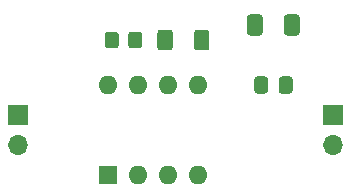
<source format=gbr>
%TF.GenerationSoftware,KiCad,Pcbnew,(5.1.8)-1*%
%TF.CreationDate,2020-12-30T23:34:54-06:00*%
%TF.ProjectId,Breakout_555,42726561-6b6f-4757-945f-3535352e6b69,rev?*%
%TF.SameCoordinates,Original*%
%TF.FileFunction,Soldermask,Top*%
%TF.FilePolarity,Negative*%
%FSLAX46Y46*%
G04 Gerber Fmt 4.6, Leading zero omitted, Abs format (unit mm)*
G04 Created by KiCad (PCBNEW (5.1.8)-1) date 2020-12-30 23:34:54*
%MOMM*%
%LPD*%
G01*
G04 APERTURE LIST*
%ADD10R,1.700000X1.700000*%
%ADD11O,1.700000X1.700000*%
%ADD12R,1.600000X1.600000*%
%ADD13O,1.600000X1.600000*%
G04 APERTURE END LIST*
D10*
%TO.C,BT1*%
X115570000Y-90170000D03*
D11*
X115570000Y-92710000D03*
%TD*%
%TO.C,C1*%
G36*
G01*
X134935000Y-83200002D02*
X134935000Y-81899998D01*
G75*
G02*
X135184998Y-81650000I249998J0D01*
G01*
X136010002Y-81650000D01*
G75*
G02*
X136260000Y-81899998I0J-249998D01*
G01*
X136260000Y-83200002D01*
G75*
G02*
X136010002Y-83450000I-249998J0D01*
G01*
X135184998Y-83450000D01*
G75*
G02*
X134935000Y-83200002I0J249998D01*
G01*
G37*
G36*
G01*
X138060000Y-83200002D02*
X138060000Y-81899998D01*
G75*
G02*
X138309998Y-81650000I249998J0D01*
G01*
X139135002Y-81650000D01*
G75*
G02*
X139385000Y-81899998I0J-249998D01*
G01*
X139385000Y-83200002D01*
G75*
G02*
X139135002Y-83450000I-249998J0D01*
G01*
X138309998Y-83450000D01*
G75*
G02*
X138060000Y-83200002I0J249998D01*
G01*
G37*
%TD*%
%TO.C,C2*%
G36*
G01*
X135535000Y-88105000D02*
X135535000Y-87155000D01*
G75*
G02*
X135785000Y-86905000I250000J0D01*
G01*
X136460000Y-86905000D01*
G75*
G02*
X136710000Y-87155000I0J-250000D01*
G01*
X136710000Y-88105000D01*
G75*
G02*
X136460000Y-88355000I-250000J0D01*
G01*
X135785000Y-88355000D01*
G75*
G02*
X135535000Y-88105000I0J250000D01*
G01*
G37*
G36*
G01*
X137610000Y-88105000D02*
X137610000Y-87155000D01*
G75*
G02*
X137860000Y-86905000I250000J0D01*
G01*
X138535000Y-86905000D01*
G75*
G02*
X138785000Y-87155000I0J-250000D01*
G01*
X138785000Y-88105000D01*
G75*
G02*
X138535000Y-88355000I-250000J0D01*
G01*
X137860000Y-88355000D01*
G75*
G02*
X137610000Y-88105000I0J250000D01*
G01*
G37*
%TD*%
%TO.C,R1*%
G36*
G01*
X122860000Y-84270001D02*
X122860000Y-83369999D01*
G75*
G02*
X123109999Y-83120000I249999J0D01*
G01*
X123810001Y-83120000D01*
G75*
G02*
X124060000Y-83369999I0J-249999D01*
G01*
X124060000Y-84270001D01*
G75*
G02*
X123810001Y-84520000I-249999J0D01*
G01*
X123109999Y-84520000D01*
G75*
G02*
X122860000Y-84270001I0J249999D01*
G01*
G37*
G36*
G01*
X124860000Y-84270001D02*
X124860000Y-83369999D01*
G75*
G02*
X125109999Y-83120000I249999J0D01*
G01*
X125810001Y-83120000D01*
G75*
G02*
X126060000Y-83369999I0J-249999D01*
G01*
X126060000Y-84270001D01*
G75*
G02*
X125810001Y-84520000I-249999J0D01*
G01*
X125109999Y-84520000D01*
G75*
G02*
X124860000Y-84270001I0J249999D01*
G01*
G37*
%TD*%
%TO.C,R2*%
G36*
G01*
X127340000Y-84445001D02*
X127340000Y-83194999D01*
G75*
G02*
X127589999Y-82945000I249999J0D01*
G01*
X128390001Y-82945000D01*
G75*
G02*
X128640000Y-83194999I0J-249999D01*
G01*
X128640000Y-84445001D01*
G75*
G02*
X128390001Y-84695000I-249999J0D01*
G01*
X127589999Y-84695000D01*
G75*
G02*
X127340000Y-84445001I0J249999D01*
G01*
G37*
G36*
G01*
X130440000Y-84445001D02*
X130440000Y-83194999D01*
G75*
G02*
X130689999Y-82945000I249999J0D01*
G01*
X131490001Y-82945000D01*
G75*
G02*
X131740000Y-83194999I0J-249999D01*
G01*
X131740000Y-84445001D01*
G75*
G02*
X131490001Y-84695000I-249999J0D01*
G01*
X130689999Y-84695000D01*
G75*
G02*
X130440000Y-84445001I0J249999D01*
G01*
G37*
%TD*%
D12*
%TO.C,U1*%
X123190000Y-95250000D03*
D13*
X130810000Y-87630000D03*
X125730000Y-95250000D03*
X128270000Y-87630000D03*
X128270000Y-95250000D03*
X125730000Y-87630000D03*
X130810000Y-95250000D03*
X123190000Y-87630000D03*
%TD*%
D10*
%TO.C,J1*%
X142240000Y-90170000D03*
D11*
X142240000Y-92710000D03*
%TD*%
M02*

</source>
